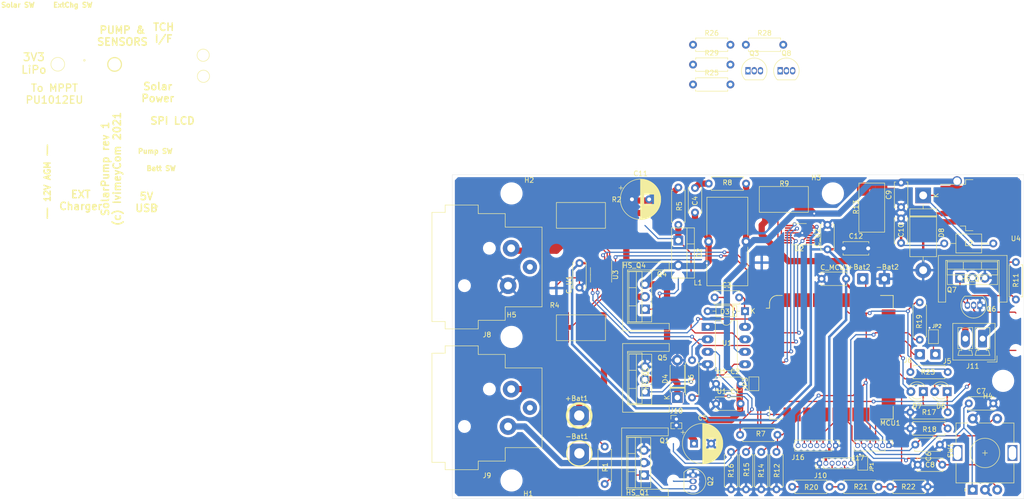
<source format=kicad_pcb>
(kicad_pcb (version 20210623) (generator pcbnew)
  (layers (0 "F.Cu" signal) (31 "B.Cu" signal) (37 "F.SilkS" user "F.Silkscreen") (44 "Edge.Cuts" user))
  (net 0 "")
  (net 1 "FlowPWM_5V")
  (net 2 "BatTh_B")
  (net 3 "PuTh_B")
  (net 4 "BatFET")
  (net 5 "PuFET")
  (net 8 "/Controller/SPI_MISO")
  (net 9 "/Controller/SPI_CS")
  (net 10 "/Controller/SPI_CLK")
  (net 11 "/Controller/SPI_MOSI")
  (net 12 "/Controller/FlowPWM_3V3")
  (net 17 "/Controller/LTC1_G1")
  (net 19 "/Controller/LTC1_G2")
  (net 20 "USB_D-")
  (net 21 "/Controller/3V3")
  (net 24 "SolShuntB")
  (net 25 "SolShuntA")
  (net 26 "BatShuntA")
  (net 27 "/CpFET_Load")
  (net 28 "PuShuntA")
  (net 29 "PuShuntB")
  (net 30 "/Controller/LTC2_G1")
  (net 31 "/Controller/LTC2_G2")
  (net 32 "/Controller/SDA_0")
  (net 33 "/Controller/SCL_0")
  (net 34 "VBAT")
  (net 35 "USB_D+")
  (net 36 "Net-(Q4-Pad2)")
  (net 37 "BatShuntB")
  (net 38 "PuTh_A")
  (net 39 "Net-(-Bat1-Pad1)")
  (net 40 "BatTh_A")
  (net 42 "Net-(R2-Pad1)")
  (net 46 "/Controller/GPIO4")
  (net 47 "/Controller/GPIO3")
  (net 48 "/Controller/GPIO2")
  (net 49 "/Controller/GPIO1")
  (net 50 "GND")
  (net 51 "12V")
  (net 52 "/PumpLo")
  (net 53 "Net-(C3-Pad2)")
  (net 54 "/Controller/x5V")
  (net 55 "5V")
  (net 56 "/CpFET_Drv_A")
  (net 57 "Net-(D6-Pad1)")
  (net 58 "Net-(D6-Pad2)")
  (net 59 "Net-(D7-Pad1)")
  (net 60 "Net-(D7-Pad2)")
  (net 61 "Net-(D8-Pad1)")
  (net 64 "Net-(Q2-Pad3)")
  (net 65 "CpFET_A")
  (net 66 "CpFET_B")
  (net 67 "Net-(Q1-Pad1)")
  (net 68 "Net-(Q3-Pad3)")
  (net 69 "Net-(Q6-Pad1)")
  (net 70 "/CpFET_Drv_B")
  (net 71 "Net-(Q8-Pad3)")
  (net 72 "Net-(Q6-Pad3)")
  (net 73 "Net-(R13-Pad2)")
  (net 74 "Net-(R13-Pad3)")
  (net 78 "/Bat")
  (net 79 "/Sol")
  (net 80 "Net-(C4-Pad2)")
  (net 81 "/PumpHi")
  (footprint "Connector_Audio:Jack_XLR_Neutrik_NC3FAAH-0_Horizontal" (layer "F.Cu") (at 114.3 73.8 180)
    (fp_text reference "J8")
    (fp_text value "XLR3 Male PCB")
  )
  (footprint "Capacitor_THT:C_Disc_D5.0mm_W2.5mm_P5.00mm" (layer "F.Cu") (at 128.85 69.2 -90)
    (fp_text reference "C_U1")
    (fp_text value "1uF")
  )
  (footprint "Rotary_Encoder:RotaryEncoder_Alps_EC11E-Switch_Vertical_H20mm" (layer "F.Cu") (at 209 115.4 90)
    (fp_text reference "SW1")
    (fp_text value "Rotary_Encoder_Switch")
  )
  (footprint "Package_TO_SOT_SMD:TO-263-5_TabPin3" (layer "F.Cu") (at 210.505 57.395)
    (fp_text reference "U4")
    (fp_text value "LM2576HVS-5")
  )
  (footprint "Package_TO_SOT_THT:TO-220-2_Vertical" (layer "F.Cu") (at 149 64.6 -90)
    (fp_text reference "D2")
    (fp_text value "DSS20-0015B")
  )
  (footprint "Package_DIP:DIP-8_W7.62mm_LongPads" (layer "F.Cu") (at 154.975 82.2)
    (fp_text reference "U1")
    (fp_text value "IR2104")
  )
  (footprint "Resistor_THT:R_Axial_DIN0207_L6.3mm_D2.5mm_P7.62mm_Horizontal" (layer "F.Cu") (at 182.19 114.8)
    (fp_text reference "R21")
    (fp_text value "10K")
  )
  (footprint "Capacitor_THT:C_Disc_D5.0mm_W2.5mm_P5.00mm" (layer "F.Cu") (at 194.405 57.795 90)
    (fp_text reference "C9")
    (fp_text value "100uF")
  )
  (footprint "Package_TO_SOT_THT:TO-92_Inline" (layer "F.Cu") (at 163.2 30)
    (fp_text reference "Q3")
    (fp_text value "2N3904")
  )
  (footprint "Resistor_THT:R_Axial_DIN0207_L6.3mm_D2.5mm_P7.62mm_Horizontal" (layer "F.Cu") (at 151.995 24.695)
    (fp_text reference "R26")
    (fp_text value "10K")
  )
  (footprint "Capacitor_THT:CP_Radial_D8.0mm_P3.50mm" (layer "F.Cu") (at 152.2 106)
    (fp_text reference "C5")
    (fp_text value "220uF 35V")
  )
  (footprint "Resistor_THT:R_Axial_DIN0207_L6.3mm_D2.5mm_P7.62mm_Horizontal" (layer "F.Cu") (at 203.91 91.4 180)
    (fp_text reference "R23")
    (fp_text value "39K")
  )
  (footprint "Capacitor_THT:C_Disc_D5.0mm_W2.5mm_P5.00mm" (layer "F.Cu") (at 156.7 93.8)
    (fp_text reference "U1_C2")
    (fp_text value "10uF")
  )
  (footprint "Connector_Wire:SolderWire-1.5sqmm_1x01_D1.7mm_OD3.9mm" (layer "F.Cu") (at 128.8 100.272023)
    (fp_text reference "+Bat1")
    (fp_text value "Soldered")
  )
  (footprint "Connector_Wire:SolderWire-0.5sqmm_1x01_D0.9mm_OD2.1mm" (layer "F.Cu") (at 201.4 87.8 90)
    (fp_text reference "J5")
    (fp_text value "Soldered")
  )
  (footprint "Connector_PinHeader_1.27mm:PinHeader_1x02_P1.27mm_Vertical" (layer "F.Cu") (at 148.6 101)
    (fp_text reference "J18")
    (fp_text value "2 pin header")
  )
  (footprint "Capacitor_THT:C_Disc_D5.0mm_W2.5mm_P5.00mm" (layer "F.Cu") (at 194.4 65.1 90)
    (fp_text reference "C10")
    (fp_text value "220uF 6.3V")
  )
  (footprint "LED_THT:LED_D3.0mm" (layer "F.Cu") (at 203.8 95.4 180)
    (fp_text reference "D6")
    (fp_text value "ON_OFF")
  )
  (footprint "Jumper:SolderJumper-2_P1.3mm_Bridged2Bar_Pad1.0x1.5mm" (layer "F.Cu") (at 186.6 110 90)
    (fp_text reference "JP1")
    (fp_text value "Jmp2")
  )
  (footprint "Resistor_THT:R_Axial_DIN0207_L6.3mm_D2.5mm_P7.62mm_Horizontal" (layer "F.Cu") (at 149 53.79 -90)
    (fp_text reference "R5")
    (fp_text value "4K7")
  )
  (footprint "solarpump:Heatsink_14x9.5mm" (layer "F.Cu") (at 140.05 92.6 -90)
    (fp_text reference "HS_Q5")
    (fp_text value "H/S")
  )
  (footprint "Connector_Wire:SolderWire-1.5sqmm_1x01_D1.7mm_OD3.9mm" (layer "F.Cu") (at 128.829825 107.97)
    (fp_text reference "-Bat1")
    (fp_text value "Soldered")
  )
  (footprint "Resistor_THT:R_Axial_DIN0207_L6.3mm_D2.5mm_P7.62mm_Horizontal" (layer "F.Cu") (at 203.91 102.9 180)
    (fp_text reference "R18")
    (fp_text value "220")
  )
  (footprint "Resistor_THT:R_Axial_DIN0207_L6.3mm_D2.5mm_P7.62mm_Horizontal" (layer "F.Cu") (at 198.2 77.2 -90)
    (fp_text reference "R19")
    (fp_text value "39K")
  )
  (footprint "Inductor_THT:L_Toroid_Vertical_L17.8mm_W8.1mm_P7.62mm_Bourns_5700" (layer "F.Cu") (at 162.8 64.8 -90)
    (fp_text reference "L1")
    (fp_text value "33uH")
  )
  (footprint "Capacitor_THT:C_Disc_D5.0mm_W2.5mm_P5.00mm" (layer "F.Cu") (at 179.4 66.4 90)
    (fp_text reference "C_U2")
    (fp_text value "1uF")
  )
  (footprint "Diode_THT:D_DO-41_SOD81_P7.62mm_Horizontal" (layer "F.Cu") (at 148.8 96.6 90)
    (fp_text reference "D4")
    (fp_text value "1N4934-E3")
  )
  (footprint "Resistor_THT:R_Axial_DIN0207_L6.3mm_D2.5mm_P7.62mm_Horizontal" (layer "F.Cu") (at 169.21 104.2 180)
    (fp_text reference "R7")
    (fp_text value "10K")
  )
  (footprint "Package_TO_SOT_THT:TO-92_Inline" (layer "F.Cu") (at 152 112.4 -90)
    (fp_text reference "Q2")
    (fp_text value "2N3904")
  )
  (footprint "Connector_Audio:Jack_XLR_Neutrik_NC3FAAH-0_Horizontal" (layer "F.Cu") (at 114.3 102.5 180)
    (fp_text reference "J9")
    (fp_text value "XLR3 Male PCB")
  )
  (footprint "Resistor_THT:R_Axial_DIN0207_L6.3mm_D2.5mm_P7.62mm_Horizontal" (layer "F.Cu") (at 165.9 107.7 -90)
    (fp_text reference "R14")
    (fp_text value "2K2")
  )
  (footprint "solarpump:Yageo Shunt Resistor 10x5.2mm" (layer "F.Cu") (at 188.505 57.895 90)
    (fp_text reference "R13")
    (fp_text value "3mOhm, 1W")
  )
  (footprint "Resistor_THT:R_Axial_DIN0207_L6.3mm_D2.5mm_P7.62mm_Horizontal" (layer "F.Cu") (at 151.8 96.61 90)
    (fp_text reference "R6")
    (fp_text value "4K7")
  )
  (footprint "Package_TO_SOT_THT:TO-220-3_Vertical" (layer "F.Cu") (at 142 112.4 90)
    (fp_text reference "Q1")
    (fp_text value "IRLB8721PBF")
  )
  (footprint "Connector_Phoenix_MC:PhoenixContact_MCV_1,5_2-G-3.5_1x02_P3.50mm_Vertical" (layer "F.Cu") (at 211 84.6 180)
    (fp_text reference "J11")
    (fp_text value "MotorPowr_M")
  )
  (footprint "Diode_THT:D_DO-35_SOD27_P7.62mm_Horizontal" (layer "F.Cu") (at 162.6 79 180)
    (fp_text reference "D3")
    (fp_text value "1N4148")
  )
  (footprint "Package_TO_SOT_THT:TO-220-3_Vertical" (layer "F.Cu") (at 142.2 95.44 90)
    (fp_text reference "Q5")
    (fp_text value "IRLB8721PBF")
  )
  (footprint "Jumper:SolderJumper-2_P1.3mm_Bridged_Pad1.0x1.5mm" (layer "F.Cu") (at 164.4 93.8 90)
    (fp_text reference "JP3")
    (fp_text value "Disable Q5 (NC)")
  )
  (footprint "Connector_Wire:SolderWire-0.5sqmm_1x01_D0.9mm_OD2.3mm" (layer "F.Cu") (at 186.6 72.4 180)
    (fp_text reference "+Bat2")
    (fp_text value "Soldered")
  )
  (footprint "Resistor_THT:R_Axial_DIN0207_L6.3mm_D2.5mm_P7.62mm_Horizontal" (layer "F.Cu") (at 134 106.6 -90)
    (fp_text reference "R1")
    (fp_text value "10K")
  )
  (footprint "Capacitor_THT:C_Disc_D5.0mm_W2.5mm_P5.00mm" (layer "F.Cu") (at 156.7 97.85)
    (fp_text reference "U1_C1")
    (fp_text value "0.1uF")
  )
  (footprint "Capacitor_THT:C_Disc_D5.0mm_W2.5mm_P5.00mm" (layer "F.Cu") (at 152.4 58.9 90)
    (fp_text reference "C4")
    (fp_text value "0.1uF")
  )
  (footprint "Jumper:SolderJumper-2_P1.3mm_Bridged2Bar_Pad1.0x1.5mm" (layer "F.Cu") (at 201 84.2 90)
    (fp_text reference "JP2")
    (fp_text value "Jmp1")
  )
  (footprint "solarpump:Yageo Shunt Resistor 10x5.2mm" (layer "F.Cu") (at 170.505 56.295)
    (fp_text reference "R9")
    (fp_text value "3mOhm, 1W")
  )
  (footprint "Connector_PinHeader_1.27mm:PinHeader_1x06_P1.27mm_Vertical" (layer "F.Cu") (at 191.9 106.4 -90)
    (fp_text reference "J17")
    (fp_text value "TchScr_M")
  )
  (footprint "Resistor_THT:R_Axial_DIN0207_L6.3mm_D2.5mm_P7.62mm_Horizontal" (layer "F.Cu") (at 162.765 24.695)
    (fp_text reference "R28")
    (fp_text value "10K")
  )
  (footprint "Capacitor_THT:C_Disc_D5.0mm_W2.5mm_P5.00mm" (layer "F.Cu") (at 202.8 110.3 180)
    (fp_text reference "C8")
    (fp_text value "100n")
  )
  (footprint "MountingHole:MountingHole_3.5mm" (layer "F.Cu") (at 115 55)
    (fp_text reference "H2")
    (fp_text value "MountingHole")
  )
  (footprint "Resistor_THT:R_Axial_DIN0207_L6.3mm_D2.5mm_P7.62mm_Horizontal" (layer "F.Cu") (at 203.91 99.6 180)
    (fp_text reference "R17")
    (fp_text value "220")
  )
  (footprint "Capacitor_THT:CP_Radial_D8.0mm_P3.50mm" (layer "F.Cu") (at 139.547349 56.2)
    (fp_text reference "C11")
    (fp_text value "220uF 35V")
  )
  (footprint "Package_TO_SOT_THT:TO-92_Inline" (layer "F.Cu") (at 210.47 77.8 180)
    (fp_text reference "Q6")
    (fp_text value "2N3904")
  )
  (footprint "MountingHole:MountingHole_3.5mm" (layer "F.Cu") (at 115 113.5)
    (fp_text reference "H1")
    (fp_text value "MountingHole")
  )
  (footprint "Inductor_THT:L_Axial_L5.0mm_D3.6mm_P10.00mm_Horizontal_Murata_BL01RN1A2A2" (layer "F.Cu") (at 203.2 65.2)
    (fp_text reference "L2")
    (fp_text value "330uH")
  )
  (footprint "Resistor_THT:R_Axial_DIN0207_L6.3mm_D2.5mm_P7.62mm_Horizontal" (layer "F.Cu") (at 169 107.69 -90)
    (fp_text reference "R12")
    (fp_text value "2K2")
  )
  (footprint "MountingHole:MountingHole_3.5mm" (layer "F.Cu") (at 115 84.25)
    (fp_text reference "H5")
    (fp_text value "MountingHole")
  )
  (footprint "Resistor_THT:R_Axial_DIN0207_L6.3mm_D2.5mm_P7.62mm_Horizontal" (layer "F.Cu") (at 192.2 114.8)
    (fp_text reference "R22")
    (fp_text value "39K")
  )
  (footprint "Connector_Wire:SolderWire-0.5sqmm_1x01_D0.9mm_OD2.1mm" (layer "F.Cu") (at 198.2 87.8 -90)
    (fp_text reference "J6")
    (fp_text value "Soldered")
  )
  (footprint "Resistor_THT:R_Axial_DIN0207_L6.3mm_D2.5mm_P7.62mm_Horizontal" (layer "F.Cu") (at 159.75 107.7 -90)
    (fp_text reference "R16")
    (fp_text value "2K2")
  )
  (footprint "solarpump:Heatsink_14x9.5mm" (layer "F.Cu") (at 139.85 109.8 -90)
    (fp_text reference "HS_Q1")
    (fp_text value "H/S")
  )
  (footprint "solarpump:Yageo Shunt Resistor 10x5.2mm" (layer "F.Cu") (at 129.15 82.3 180)
    (fp_text reference "R4")
    (fp_text value "3mOhm, 1W")
  )
  (footprint "Resistor_THT:R_Axial_DIN0207_L6.3mm_D2.5mm_P7.62mm_Horizontal" (layer "F.Cu") (at 172.2 114.8)
    (fp_text reference "R20")
    (fp_text value "22K")
  )
  (footprint "Resistor_THT:R_Axial_DIN0207_L6.3mm_D2.5mm_P7.62mm_Horizontal" (layer "F.Cu") (at 162.81 53 180)
    (fp_text reference "R8")
    (fp_text value "220")
  )
  (footprint "Resistor_THT:R_Axial_DIN0207_L6.3mm_D2.5mm_P7.62mm_Horizontal" (layer "F.Cu") (at 151.995 28.745)
    (fp_text reference "R29")
    (fp_text value "10K")
  )
  (footprint "Resistor_THT:R_Axial_DIN0207_L6.3mm_D2.5mm_P7.62mm_Horizontal" (layer "F.Cu") (at 217.8 69 -90)
    (fp_text reference "R11")
    (fp_text value "10K")
  )
  (footprint "solarpump:Yageo Shunt Resistor 10x5.2mm" (layer "F.Cu") (at 129.15 59.4 180)
    (fp_text reference "R2")
    (fp_text value "3mOhm, 1W")
  )
  (footprint "Capacitor_THT:C_Disc_D5.0mm_W2.5mm_P5.00mm" (layer "F.Cu") (at 182.7 66.2)
    (fp_text reference "C12")
    (fp_text value "0.1uF")
  )
  (footprint "LED_THT:LED_D3.0mm" (layer "F.Cu") (at 198.94 95.4 180)
    (fp_text reference "D7")
    (fp_text value "FAULT")
  )
  (footprint "solarpump:Heatsink_14x9.5mm" (layer "F.Cu") (at 140.05 76 -90)
    (fp_text reference "HS_Q4")
    (fp_text value "H/S")
  )
  (footprint "Connector_Wire:SolderWire-0.5sqmm_1x01_D0.9mm_OD2.3mm" (layer "F.Cu") (at 191 72.4)
    (fp_text reference "-Bat2")
    (fp_text value "Soldered")
  )
  (footprint "Package_TO_SOT_THT:TO-92_Inline" (layer "F.Cu") (at 169.76 30)
    (fp_text reference "Q8")
    (fp_text value "2N3904")
  )
  (footprint "Capacitor_THT:C_Disc_D5.0mm_W2.5mm_P5.00mm" (layer "F.Cu") (at 183.2 72.4 180)
    (fp_text reference "C_MCU1")
    (fp_text value "1uF")
  )
  (footprint "Capacitor_THT:C_Disc_D5.0mm_W2.5mm_P5.00mm" (layer "F.Cu") (at 156.4 76.2)
    (fp_text reference "C3")
    (fp_text value "0.1uF")
  )
  (footprint "MountingHole:MountingHole_3.5mm" (layer "F.Cu") (at 180.5 55)
    (fp_text reference "H3")
    (fp_text value "MountingHole")
  )
  (footprint "RP2040_Stamp:RP2040_Stamp_SMD" (layer "F.Cu") (at 180.2 88.4)
    (fp_text reference "MCU1")
    (fp_text value "RP2040_Stamp_W")
  )
  (footprint "Capacitor_THT:C_Disc_D5.0mm_W2.5mm_P5.00mm" (layer "F.Cu") (at 197.3 106.2)
    (fp_text reference "C6")
    (fp_text value "100n")
  )
  (footprint "Package_TO_SOT_THT:TO-220-3_Vertical" (layer "F.Cu") (at 206.4 72.2)
    (fp_text reference "Q7")
    (fp_text value "IRLB8721PBF")
  )
  (footprint "Package_SO:MSOP-16_3x4mm_P0.5mm" (layer "F.Cu") (at 133.25 71.6 -90)
    (fp_text reference "U3")
    (fp_text value "LTC2992")
  )
  (footprint "Diode_THT:D_DO-201AD_P15.24mm_Horizontal" (layer "F.Cu") (at 198.905 55.4 -90)
    (fp_text reference "D8")
    (fp_text value "1N5822")
  )
  (footprint "Resistor_THT:R_Axial_DIN0207_L6.3mm_D2.5mm_P7.62mm_Horizontal" (layer "F.Cu") (at 162.8 107.7 -90)
    (fp_text reference "R15")
    (fp_text value "2K2")
  )
  (footprint "Capacitor_THT:C_Disc_D5.0mm_W2.5mm_P5.00mm" (layer "F.Cu") (at 208.2 97.8)
    (fp_text reference "C7")
    (fp_text value "100n")
  )
  (footprint "solarpump:Heatsink_14x9.5mm" (layer "F.Cu") (at 209 70.05 180)
    (fp_text reference "HS_Q7")
    (fp_text value "H/S")
  )
  (footprint "Connector_PinHeader_1.27mm:PinHeader_1x06_P1.27mm_Vertical" (layer "F.Cu") (at 177.8 110 90)
    (fp_text reference "J10")
    (fp_text value "MotorSens_M")
  )
  (footprint "Package_TO_SOT_THT:TO-220-3_Vertical" (layer "F.Cu") (at 142.2 78.6 90)
    (fp_text reference "Q4")
    (fp_text value "IRLB8721PBF")
  )
  (footprint "Connector_PinHeader_1.27mm:PinHeader_1x07_P1.27mm_Vertical" (layer "F.Cu") (at 181.04 106.4 -90)
    (fp_text reference "J16")
    (fp_text value "Disply_M")
  )
  (footprint "Resistor_THT:R_Axial_DIN0207_L6.3mm_D2.5mm_P7.62mm_Horizontal" (layer "F.Cu") (at 151.995 32.795)
    (fp_text reference "R25")
    (fp_text value "10K")
  )
  (footprint "MountingHole:MountingHole_3.5mm" (layer "F.Cu") (at 215.2 93.2)
    (fp_text reference "H4")
    (fp_text value "MountingHole")
  )
  (footprint "Package_SO:MSOP-16_3x4mm_P0.5mm" (layer "F.Cu") (at 173.6 63.3 180)
    (fp_text reference "U2")
    (fp_text value "LTC2992")
  )
  (gr_circle (center 52.210341 31.1252) (end 53.454941 31.1506) (layer "F.SilkS") (width 0.12) (fill none))
  (gr_circle (center 27.94 27.869) (end 28.067 27.996) (layer "F.SilkS") (width 0.12) (fill none))
  (gr_circle (center 22.52037 28.6746) (end 23.91737 28.7) (layer "F.SilkS") (width 0.12) (fill none))
  (gr_circle (center 42.717 57.641) (end 42.844 57.768) (layer "F.SilkS") (width 0.12) (fill none))
  (gr_circle (center 34.10277 28.7) (end 35.49977 28.6746) (layer "F.SilkS") (width 0.25) (fill none))
  (gr_line (start 20.3892 60.053675) (end 20.4108 58.028775) (layer "F.SilkS") (width 0.3))
  (gr_circle (center 128.829825 108) (end 131.399825 108.03) (layer "F.SilkS") (width 0.25) (fill none))
  (gr_line (start 20.3892 47.171225) (end 20.4108 45.146325) (layer "F.SilkS") (width 0.3))
  (gr_circle (center 128.8 100.272023) (end 131.27 100.372023) (layer "F.SilkS") (width 0.5) (fill none))
  (gr_circle (center 52.1598 26.8326) (end 53.4044 26.858) (layer "F.SilkS") (width 0.12) (fill none))
  (gr_line (start 102.9462 117.221) (end 102.9462 51.181) (layer "Edge.Cuts") (width 0.05))
  (gr_line (start 219.454 117.2) (end 102.9462 117.221) (layer "Edge.Cuts") (width 0.05))
  (gr_line (start 102.9462 51.181) (end 219.454 51.181) (layer "Edge.Cuts") (width 0.05))
  (gr_line (start 219.454 51.181) (end 219.454 117.2) (layer "Edge.Cuts") (width 0.05))
  (gr_text "ExtChg SW" (at 25.6 16.6) (layer "F.SilkS") (effects (font (size 1 1) (thickness 0.25))))
  (gr_text "EXT\nCharger" (at 27.2 56.4) (layer "F.SilkS") (effects (font (size 1.5 1.5) (thickness 0.3))))
  (gr_text "TCH\nI/F" (at 44.1 22.3) (layer "F.SilkS") (effects (font (size 1.5 1.5) (thickness 0.3))))
  (gr_text "To MPPT\nPU1012EU" (at 21.844 34.727) (layer "F.SilkS") (effects (font (size 1.5 1.5) (thickness 0.25))))
  (gr_text "SolarPump rev 1\n(c) IvimeyCom 2021" (at 33.4 50 90) (layer "F.SilkS") (effects (font (size 1.5 1.5) (thickness 0.3))))
  (gr_text "3V3\nLiPo" (at 17.64277 28.498) (layer "F.SilkS") (effects (font (size 1.6 1.6) (thickness 0.25))))
  (gr_text "SPI LCD" (at 45.9 40.2) (layer "F.SilkS") (effects (font (size 1.5 1.5) (thickness 0.3))))
  (gr_text "Solar\nPower" (at 42.9 34.4) (layer "F.SilkS") (effects (font (size 1.5 1.5) (thickness 0.3))))
  (gr_text "PUMP &\nSENSORS" (at 35.7 22.9) (layer "F.SilkS") (effects (font (size 1.5 1.5) (thickness 0.3))))
  (gr_text "Solar SW" (at 14.4 16.6) (layer "F.SilkS") (effects (font (size 1 1) (thickness 0.25))))
  (gr_text "Pump SW" (at 42.4 46.4) (layer "F.SilkS") (effects (font (size 1 1) (thickness 0.25))))
  (gr_text "Batt SW" (at 43.6 49.9) (layer "F.SilkS") (effects (font (size 1 1) (thickness 0.25))))
  (gr_text "12V AGM" (at 20.4 52.6 90) (layer "F.SilkS") (effects (font (size 1.25 1.25) (thickness 0.3))))
  (gr_text "5V\nUSB" (at 40.6 56.8) (layer "F.SilkS") (effects (font (size 1.5 1.5) (thickness 0.3))))
  (segment (start 180.34 111.16) (end 176.7 114.8) (width 0.25) (layer "F.Cu") (net 1))
  (segment (start 176.7 114.8) (end 172.2 114.8) (width 0.25) (layer "F.Cu") (net 1))
  (segment (start 180.34 110) (end 180.34 111.16) (width 0.25) (layer "F.Cu") (net 1))
  (segment (start 196.4 87.2) (end 197 87.8) (width 0.25) (layer "F.Cu") (net 2))
  (segment (start 192.10452 85.14548) (end 195.34548 85.14548) (width 0.25) (layer "F.Cu") (net 2))
  (segment (start 197 87.8) (end 198.2 87.8) (width 0.25) (layer "F.Cu") (net 2))
  (segment (start 196.4 86.2) (end 196.4 87.2) (width 0.25) (layer "F.Cu") (net 2))
  (segment (start 196.4 87.2) (end 196.4 91.18) (width 0.25) (layer "F.Cu") (net 2))
  (segment (start 191.85 85.4) (end 192.10452 85.14548) (width 0.25) (layer "F.Cu") (net 2))
  (segment (start 196.4 91.18) (end 196.18 91.4) (width 0.25) (layer "F.Cu") (net 2))
  (segment (start 195.34548 85.14548) (end 196.4 86.2) (width 0.25) (layer "F.Cu") (net 2))
  (segment (start 195.8 83.4) (end 191.85 83.4) (width 0.25) (layer "F.Cu") (net 3))
  (segment (start 189.2 83.4) (end 188.8 83.8) (width 0.25) (layer "F.Cu") (net 3))
  (segment (start 198.2 84.82) (end 197.22 84.82) (width 0.25) (layer "F.Cu") (net 3))
  (segment (start 191.85 83.4) (end 189.2 83.4) (width 0.25) (layer "F.Cu") (net 3))
  (segment (start 188.8 83.8) (end 188.7 83.7) (width 0.25) (layer "F.Cu") (net 3))
  (segment (start 197.22 84.82) (end 195.8 83.4) (width 0.25) (layer "F.Cu") (net 3))
  (via (at 188.8 83.8) (size 0.8) (drill 0.4) (layers "F.Cu" "B.Cu") (net 3))
  (segment (start 188.8 83.8) (end 185.2 83.8) (width 0.25) (layer "B.Cu") (net 3))
  (segment (start 185.2 83.8) (end 184.15 84.85) (width 0.25) (layer "B.Cu") (net 3))
  (segment (start 184.15 84.85) (end 184.15 110) (width 0.25) (layer "B.Cu") (net 3))
  (segment (start 160.5 107.7) (end 159.75 107.7) (width 0.25) (layer "F.Cu") (net 4))
  (segment (start 165.2 104.2) (end 163.4 106) (width 0.25) (layer "F.Cu") (net 4))
  (segment (start 162.2 106) (end 160.5 107.7) (width 0.25) (layer "F.Cu") (net 4))
  (segment (start 165.8 95.4) (end 165.2 96) (width 0.25) (layer "F.Cu") (net 4))
  (segment (start 163.4 106) (end 162.2 106) (width 0.25) (layer "F.Cu") (net 4))
  (segment (start 168.55 95.4) (end 165.8 95.4) (width 0.25) (layer "F.Cu") (net 4))
  (segment (start 165.2 96) (end 165.2 104.2) (width 0.25) (layer "F.Cu") (net 4))
  (segment (start 158.6 110) (end 159.75 108.85) (width 0.25) (layer "B.Cu") (net 4))
  (segment (start 148.06 113.67) (end 148 113.61) (width 0.25) (layer "B.Cu") (net 4))
  (segment (start 152 113.67) (end 148.06 113.67) (width 0.25) (layer "B.Cu") (net 4))
  (segment (start 148 107.6) (end 150.4 110) (width 0.25) (layer "B.Cu") (net 4))
  (segment (start 159.75 108.85) (end 159.75 107.7) (width 0.25) (layer "B.Cu") (net 4))
  (segment (start 148 105.99) (end 148 107.6) (width 0.25) (layer "B.Cu") (net 4))
  (segment (start 150.4 110) (end 158.6 110) (width 0.25) (layer "B.Cu") (net 4))
  (segment (start 188.8 97.4) (end 168.55 97.4) (width 0.25) (layer "F.Cu") (net 5))
  (segment (start 162.8 107.6) (end 162.8 107.7) (width 0.25) (layer "F.Cu") (net 5))
  (segment (start 215.2 87) (end 217.8 87) (width 0.25) (layer "F.Cu") (net 5))
  (segment (start 209.2 78.8) (end 209.6 79.2) (width 0.25) (layer "F.Cu") (net 5))
  (segment (start 166.6 97.4) (end 165.8 98.2) (width 0.25) (layer "F.Cu") (net 5))
  (segment (start 207.8 94.4) (end 215.2 87) (width 0.25) (layer "F.Cu") (net 5))
  (segment (start 217.62 79.2) (end 217.8 79.38) (width 0.25) (layer "F.Cu") (net 5))
  (segment (start 165.8 98.2) (end 165.8 104.6) (width 0.25) (layer "F.Cu") (net 5))
  (segment (start 168.55 97.4) (end 166.6 97.4) (width 0.25) (layer "F.Cu") (net 5))
  (segment (start 209.2 77.8) (end 209.2 78.8) (width 0.25) (layer "F.Cu") (net 5))
  (segment (start 165.8 104.6) (end 162.8 107.6) (width 0.25) (layer "F.Cu") (net 5))
  (segment (start 209.6 79.2) (end 217.62 79.2) (width 0.25) (layer "F.Cu") (net 5))
  (via (at 207.8 94.4) (size 0.8) (drill 0.4) (layers "F.Cu" "B.Cu") (net 5))
  (via (at 188.8 97.4) (size 0.8) (drill 0.4) (layers "F.Cu" "B.Cu") (net 5))
  (segment (start 207.8 94.4) (end 204.8 97.4) (width 0.25) (layer "B.Cu") (net 5))
  (segment (start 204.8 97.4) (end 188.8 97.4) (width 0.25) (layer "B.Cu") (net 5))
  (segment (start 175.205 100.055) (end 175.205 101.295) (width 0.25) (layer "F.Cu") (net 8))
  (segment (start 174.69 101.81) (end 174.69 106.4) (width 0.25) (layer "F.Cu") (net 8))
  (segment (start 175.205 101.295) (end 174.69 101.81) (width 0.25) (layer "F.Cu") (net 8))
  (segment (start 175.2 100.05) (end 175.205 100.055) (width 0.25) (layer "F.Cu") (net 8))
  (segment (start 177.2 100.05) (end 177.2 101.2) (width 0.25) (layer "F.Cu") (net 9))
  (segment (start 175.96 102.44) (end 175.96 106.4) (width 0.25) (layer "F.Cu") (net 9))
  (segment (start 177.2 101.2) (end 175.96 102.44) (width 0.25) (layer "F.Cu") (net 9))
  (segment (start 179.2 101.2) (end 177.23 103.17) (width 0.25) (layer "F.Cu") (net 10))
  (segment (start 179.2 100.05) (end 179.2 101.2) (width 0.25) (layer "F.Cu") (net 10))
  (segment (start 177.23 103.17) (end 177.23 106.4) (width 0.25) (layer "F.Cu") (net 10))
  (segment (start 181.2 101.2) (end 178.5 103.9) (width 0.25) (layer "F.Cu") (net 11))
  (segment (start 178.5 103.9) (end 178.5 106.4) (width 0.25) (layer "F.Cu") (net 11))
  (segment (start 181.2 100.05) (end 181.2 101.2) (width 0.25) (layer "F.Cu") (net 11))
  (segment (start 193.6 114.8) (end 192.2 114.8) (width 0.25) (layer "F.Cu") (net 12))
  (segment (start 192.2 114.8) (end 189.81 114.8) (width 0.25) (layer "F.Cu") (net 12))
  (segment (start 192.649022 93.4) (end 194.5 95.250978) (width 0.25) (layer "F.Cu") (net 12))
  (segment (start 194.5 95.250978) (end 194.5 113.9) (width 0.25) (layer "F.Cu") (net 12))
  (segment (start 191.85 93.4) (end 192.649022 93.4) (width 0.25) (layer "F.Cu") (net 12))
  (segment (start 182.19 114.8) (end 179.82 114.8) (width 0.25) (layer "F.Cu") (net 12))
  (segment (start 194.5 113.9) (end 193.6 114.8) (width 0.25) (layer "F.Cu") (net 12))
  (segment (start 173.6 83.4) (end 168.55 83.4) (width 0.25) (layer "F.Cu") (net 17))
  (segment (start 174.95 64.05) (end 175.75 64.05) (width 0.25) (layer "F.Cu") (net 17))
  (segment (start 174.3 64.7) (end 174.95 64.05) (width 0.25) (layer "F.Cu") (net 17))
  (via (at 173.6 83.4) (size 0.8) (drill 0.4) (layers "F.Cu" "B.Cu") (net 17))
  (via (at 174.3 64.7) (size 0.8) (drill 0.4) (layers "F.Cu" "B.Cu") (net 17))
  (segment (start 173.3 83.1) (end 173.3 65.7) (width 0.25) (layer "B.Cu") (net 17))
  (segment (start 173.6 83.4) (end 173.3 83.1) (width 0.25) (layer "B.Cu") (net 17))
  (segment (start 173.3 65.7) (end 174.3 64.7) (width 0.25) (layer "B.Cu") (net 17))
  (segment (start 172.949703 64.725697) (end 172.274006 64.05) (width 0.25) (layer "F.Cu") (net 19))
  (segment (start 172.274006 64.05) (end 171.45 64.05) (width 0.25) (layer "F.Cu") (net 19))
  (segment (start 173 85.2) (end 172.8 85.4) (width 0.25) (layer "F.Cu") (net 19))
  (segment (start 172.8 85.4) (end 168.55 85.4) (width 0.25) (layer "F.Cu") (net 19))
  (via (at 172.949703 64.725697) (size 0.8) (drill 0.4) (layers "F.Cu" "B.Cu") (net 19))
  (via (at 173 85.2) (size 0.8) (drill 0.4) (layers "F.Cu" "B.Cu") (net 19))
  (segment (start 172.6 84.8) (end 172.6 65.0754) (width 0.25) (layer "B.Cu") (net 19))
  (segment (start 173 85.2) (end 172.6 84.8) (width 0.25) (layer "B.Cu") (net 19))
  (segment (start 172.6 65.0754) (end 172.949703 64.725697) (width 0.25) (layer "B.Cu") (net 19))
  (segment (start 187.2 93.6) (end 187.3 93.5) (width 0.25) (layer "F.Cu") (net 21))
  (segment (start 183.8 79.4) (end 188 79.4) (width 0.25) (layer "F.Cu") (net 21))
  (segment (start 198.2 77.2) (end 197.39 77.2) (width 0.25) (layer "F.Cu") (net 21))
  (segment (start 195.8 78.79) (end 195.8 79) (width 0.25) (layer "F.Cu") (net 21))
  (segment (start 183.2 78.8) (end 183.8 79.4) (width 0.25) (layer "F.Cu") (net 21))
  (segment (start 187.3 93.5) (end 187.3 79.5) (width 0.25) (layer "F.Cu") (net 21))
  (segment (start 183.2 76.75) (end 183.2 78.8) (width 0.25) (layer "F.Cu") (net 21))
  (segment (start 187.3 79.5) (end 187.4 79.4) (width 0.25) (layer "F.Cu") (net 21))
  (segment (start 197.39 77.2) (end 195.8 78.79) (width 0.25) (layer "F.Cu") (net 21))
  (segment (start 187.2 93.6) (end 184.6 96.2) (width 0.25) (layer "F.Cu") (net 21))
  (segment (start 184.6 96.2) (end 177.6 96.2) (width 0.25) (layer "F.Cu") (net 21))
  (via (at 188 79.4) (size 0.8) (drill 0.4) (layers "F.Cu" "B.Cu") (net 21))
  (via (at 195.8 79) (size 0.8) (drill 0.4) (layers "F.Cu" "B.Cu") (net 21))
  (via (at 187.2 93.6) (size 0.8) (drill 0.4) (layers "F.Cu" "B.Cu") (net 21))
  (via (at 177.6 96.2) (size 0.8) (drill 0.4) (layers "F.Cu" "B.Cu") (net 21))
  (segment (start 177.6 96.2) (end 173.42 100.38) (width 0.25) (layer "B.Cu") (net 21))
  (segment (start 190.63 104.63) (end 190.63 106.4) (width 0.25) (layer "B.Cu") (net 21))
  (segment (start 173.42 100.38) (end 173.42 106.4) (width 0.25) (layer "B.Cu") (net 21))
  (segment (start 195.8 79) (end 188.4 79) (width 0.25) (layer "B.Cu") (net 21))
  (segment (start 195.8 88) (end 198.6 90.8) (width 0.25) (layer "B.Cu") (net 21))
  (segment (start 187.2 93.6) (end 187.4 93.8) (width 0.25) (layer "B.Cu") (net 21))
  (segment (start 198.6 90.8) (end 203.2 90.8) (width 0.25) (layer "B.Cu") (net 21))
  (segment (start 203.2 90.8) (end 203.8 91.4) (width 0.25) (layer "B.Cu") (net 21))
  (segment (start 195.8 79) (end 195.8 88) (width 0.25) (layer "B.Cu") (net 21))
  (segment (start 187.4 101.4) (end 190.63 104.63) (width 0.25) (layer "B.Cu") (net 21))
  (segment (start 188.4 79) (end 188 79.4) (width 0.25) (layer "B.Cu") (net 21))
  (segment (start 187.4 93.8) (end 187.4 101.4) (width 0.25) (layer "B.Cu") (net 21))
  (segment (start 135 66.85) (end 130.55 62.4) (width 0.25) (layer "F.Cu") (net 24))
  (segment (start 130.55 62.4) (end 130.55 60) (width 0.25) (layer "F.Cu") (net 24))
  (segment (start 131.15 59.4) (end 131.9 59.4) (width 0.25) (layer "F.Cu") (net 24))
  (segment (start 130.55 60) (end 131.15 59.4) (width 0.25) (layer "F.Cu") (net 24))
  (segment (start 135 69.45) (end 135 66.85) (width 0.25) (layer "F.Cu") (net 24))
  (segment (start 134.5 67.25) (end 134.5 69.45) (width 0.25) (layer "F.Cu") (net 25))
  (segment (start 129.95 62.7) (end 134.5 67.25) (width 0.25) (layer "F.Cu") (net 25))
  (segment (start 126.4 59.4) (end 129.05 59.4) (width 0.25) (layer "F.Cu") (net 25))
  (segment (start 129.95 60.3) (end 129.95 62.7) (width 0.25) (layer "F.Cu") (net 25))
  (segment (start 129.05 59.4) (end 129.95 60.3) (width 0.25) (layer "F.Cu") (net 25))
  (segment (start 134.5 73.75) (end 134.5 74.547078) (width 0.25) (layer "F.Cu") (net 26))
  (segment (start 129.247078 79.8) (end 129.247078 80.202922) (width 0.25) (layer "F.Cu") (net 26))
  (segment (start 134.5 74.547078) (end 129.247078 79.8) (width 0.25) (layer "F.Cu") (net 26))
  (segment (start 127.15 82.3) (end 126.4 82.3) (width 0.25) (layer "F.Cu") (net 26))
  (segment (start 129.247078 80.202922) (end 127.15 82.3) (width 0.25) (layer "F.Cu") (net 26))
  (segment (start 160.4 78.4) (end 158.2 76.2) (width 0.25) (layer "F.Cu") (net 27))
  (segment (start 160.4 79.2) (end 160.4 78.4) (width 0.25) (layer "F.Cu") (net 27))
  (segment (start 142.2 73.52) (end 145.92 73.52) (width 1.27) (layer "F.Cu") (net 27))
  (segment (start 155.18 64) (end 155.18 64.8) (width 1.27) (layer "F.Cu") (net 27))
  (segment (start 146.7 74.3) (end 146.7 91.5) (width 1.27) (layer "F.Cu") (net 27))
  (segment (start 152.4 58.9) (end 152.4 61.22) (width 1.27) (layer "F.Cu") (net 27))
  (segment (start 158.2 76.2) (end 156.4 76.2) (width 0.25) (layer "F.Cu") (net 27))
  (segment (start 148.8 93.6) (end 146.7 91.5) (width 1.27) (layer "F.Cu") (net 27))
  (segment (start 154.8 69.2) (end 155.18 68.82) (width 1.27) (layer "F.Cu") (net 27))
  (segment (start 152.4 61.22) (end 155.18 64) (width 1.27) (layer "F.Cu") (net 27))
  (segment (start 145.92 73.52) (end 146.7 74.3) (width 1.27) (layer "F.Cu") (net 27))
  (segment (start 145.3 92.9) (end 142.2 92.9) (width 1.27) (layer "F.Cu") (net 27))
  (segment (start 148.8 96.6) (end 148.8 93.6) (width 1.27) (layer "F.Cu") (net 27))
  (segment (start 155.18 68.82) (end 155.18 64.8) (width 1.27) (layer "F.Cu") (net 27))
  (segment (start 146.7 91.5) (end 145.3 92.9) (width 1.27) (layer "F.Cu") (net 27))
  (segment (start 162.395 87.12) (end 162.495 87.22) (width 0.25) (layer "F.Cu") (net 27))
  (via (at 154.8 69.2) (size 0.8) (drill 0.4) (layers "F.Cu" "B.Cu") (net 27))
  (via (at 160.4 79.2) (size 0.8) (drill 0.4) (layers "F.Cu" "B.Cu") (net 27))
  (segment (start 154.8 69.2) (end 154.2 69.8) (width 1.27) (layer "B.Cu") (net 27))
  (segment (start 142.2 73.4) (end 142.2 73.52) (width 1.27) (layer "B.Cu") (net 27))
  (segment (start 160.4 79.2) (end 160.4 86.6) (width 0.25) (layer "B.Cu") (net 27))
  (segment (start 161.08 87.28) (end 162.595 87.28) (width 0.25) (layer "B.Cu") (net 27))
  (segment (start 154.2 69.8) (end 145.8 69.8) (width 1.27) (layer "B.Cu") (net 27))
  (segment (start 160.4 86.6) (end 161.08 87.28) (width 0.25) (layer "B.Cu") (net 27))
  (segment (start 145.8 69.8) (end 142.2 73.4) (width 1.27) (layer "B.Cu") (net 27))
  (segment (start 167.755 56.295) (end 169.105 56.295) (width 0.25) (layer "F.Cu") (net 28))
  (segment (start 169.305 64.005) (end 170.35 65.05) (width 0.25) (layer "F.Cu") (net 28))
  (segment (start 170.35 65.05) (end 171.45 65.05) (width 0.25) (layer "F.Cu") (net 28))
  (segment (start 169.305 56.495) (end 169.305 64.005) (width 0.25) (layer "F.Cu") (net 28))
  (segment (start 169.105 56.295) (end 169.305 56.495) (width 0.25) (layer "F.Cu") (net 28))
  (segment (start 172.795489 56.754511) (end 172.795489 58.504511) (width 0.25) (layer "F.Cu") (net 29))
  (segment (start 170 61.3) (end 170 63.897078) (width 0.25) (layer "F.Cu") (net 29))
  (segment (start 170.652922 64.55) (end 171.45 64.55) (width 0.25) (layer "F.Cu") (net 29))
  (segment (start 172.795489 58.504511) (end 170 61.3) (width 0.25) (layer "F.Cu") (net 29))
  (segment (start 170 63.897078) (end 170.652922 64.55) (width 0.25) (layer "F.Cu") (net 29))
  (segment (start 173.255 56.295) (end 172.795489 56.754511) (width 0.25) (layer "F.Cu") (net 29))
  (segment (start 167.8 79.4) (end 168.55 79.4) (width 0.25) (layer "F.Cu") (net 30))
  (segment (start 158.4 67) (end 160.6 67) (width 0.25) (layer "F.Cu") (net 30))
  (segment (start 166.5 78.1) (end 167.8 79.4) (width 0.25) (layer "F.Cu") (net 30))
  (segment (start 166.5 72.9) (end 166.5 78.1) (width 0.25) (layer "F.Cu") (net 30))
  (segment (start 133.65 67.6) (end 134 67.95) (width 0.25) (layer "F.Cu") (net 30))
  (segment (start 160.6 67) (end 166.5 72.9) (width 0.25) (layer "F.Cu") (net 30))
  (segment (start 134 67.95) (end 134 69.45) (width 0.25) (layer "F.Cu") (net 30))
  (via (at 158.4 67) (size 0.8) (drill 0.4) (layers "F.Cu" "B.Cu") (net 30))
  (via (at 133.65 67.6) (size 0.8) (drill 0.4) (layers "F.Cu" "B.Cu") (net 30))
  (segment (start 158.4 67) (end 134.25 67) (width 0.25) (layer "B.Cu") (net 30))
  (segment (start 134.25 67) (end 133.65 67.6) (width 0.25) (layer "B.Cu") (net 30))
  (segment (start 157.7755 67.7245) (end 160.1245 67.7245) (width 0.25) (layer "F.Cu") (net 31))
  (segment (start 157.7 67.8) (end 157.7755 67.7245) (width 0.25) (layer "F.Cu") (net 31))
  (segment (start 165.9 73.5) (end 165.9 79.7) (width 0.25) (layer "F.Cu") (net 31))
  (segment (start 160.1245 67.7245) (end 165.9 73.5) (width 0.25) (layer "F.Cu") (net 31))
  (segment (start 165.9 79.7) (end 167.6 81.4) (width 0.25) (layer "F.Cu") (net 31))
  (segment (start 167.6 81.4) (end 168.55 81.4) (width 0.25) (layer "F.Cu") (net 31))
  (segment (start 136.2 68) (end 136.2 70.4) (width 0.25) (layer "F.Cu") (net 31))
  (segment (start 136.2 70.4) (end 134 72.6) (width 0.25) (layer "F.Cu") (net 31))
  (segment (start 134 72.6) (end 134 73.75) (width 0.25) (layer "F.Cu") (net 31))
  (via (at 157.7 67.8) (size 0.8) (drill 0.4) (layers "F.Cu" "B.Cu") (net 31))
  (via (at 136.2 68) (size 0.8) (drill 0.4) (layers "F.Cu" "B.Cu") (net 31))
  (segment (start 136.2 68) (end 136.4755 67.7245) (width 0.25) (layer "B.Cu") (net 31))
  (segment (start 157.6245 67.7245) (end 157.7 67.8) (width 0.25) (layer "B.Cu") (net 31))
  (segment (start 136.4755 67.7245) (end 157.6245 67.7245) (width 0.25) (layer "B.Cu") (net 31))
  (segment (start 132.5 75.15) (end 132.5 73.75) (width 0.25) (layer "F.Cu") (net 32))
  (segment (start 172 87.2) (end 171.8 87.4) (width 0.25) (layer "F.Cu") (net 32))
  (segment (start 165 85.2) (end 167.2 87.4) (width 0.25) (layer "F.Cu") (net 32))
  (segment (start 163.6 80.6) (end 165 82) (width 0.25) (layer "F.Cu") (net 32))
  (segment (start 167.2 87.4) (end 168.55 87.4) (width 0.25) (layer "F.Cu") (net 32))
  (segment (start 171.8 87.4) (end 168.55 87.4) (width 0.25) (layer "F.Cu") (net 32))
  (segment (start 153 80.6) (end 163.6 80.6) (width 0.25) (layer "F.Cu") (net 32))
  (segment (start 173.195892 62.167811) (end 172.813703 62.55) (width 0.25) (layer "F.Cu") (net 32))
  (segment (start 172.813703 62.55) (end 171.45 62.55) (width 0.25) (layer "F.Cu") (net 32))
  (segment (start 165 82) (end 165 85.2) (width 0.25) (layer "F.Cu") (net 32))
  (segment (start 132.55 75.2) (end 132.5 75.15) (width 0.25) (layer "F.Cu") (net 32))
  (via (at 173.195892 62.167811) (size 0.8) (drill 0.4) (layers "F.Cu" "B.Cu") (net 32))
  (via (at 153 80.6) (size 0.8) (drill 0.4) (layers "F.Cu" "B.Cu") (net 32))
  (via (at 172 87.2) (size 0.8) (drill 0.4) (layers "F.Cu" "B.Cu") (net 32))
  (via (at 132.55 75.2) (size 0.8) (drill 0.4) (layers "F.Cu" "B.Cu") (net 32))
  (segment (start 132.6 76.8) (end 132.6 75.25) (width 0.25) (layer "B.Cu") (net 32))
  (segment (start 172 87.2) (end 171.9 87.1) (width 0.25) (layer "B.Cu") (net 32))
  (segment (start 153 80.6) (end 153 81.2) (width 0.25) (layer "B.Cu") (net 32))
  (segment (start 153 81.2) (end 150.8 83.4) (width 0.25) (layer "B.Cu") (net 32))
  (segment (start 132.6 75.25) (end 132.55 75.2) (width 0.25) (layer "B.Cu") (net 32))
  (segment (start 132.75 75.2) (end 132.55 75.2) (width 0.25) (layer "B.Cu") (net 32))
  (segment (start 132.55 75.5) (end 132.55 75.2) (width 0.25) (layer "B.Cu") (net 32))
  (segment (start 171.9 63.2) (end 172.932189 62.167811) (width 0.25) (layer "B.Cu") (net 32))
  (segment (start 150.8 83.4) (end 139.2 83.4) (width 0.25) (layer "B.Cu") (net 32))
  (segment (start 172.932189 62.167811) (end 173.195892 62.167811) (width 0.25) (layer "B.Cu") (net 32))
  (segment (start 139.2 83.4) (end 132.6 76.8) (width 0.25) (layer "B.Cu") (net 32))
  (segment (start 171.9 87.1) (end 171.9 63.2) (width 0.25) (layer "B.Cu") (net 32))
  (segment (start 151.8 84.2) (end 153.6 86) (width 0.25) (layer "F.Cu") (net 33))
  (segment (start 167.6 89.4) (end 168.55 89.4) (width 0.25) (layer "F.Cu") (net 33))
  (segment (start 170.6 89.4) (end 168.55 89.4) (width 0.25) (layer "F.Cu") (net 33))
  (segment (start 131.55 75.3) (end 131.5 75.25) (width 0.25) (layer "F.Cu") (net 33))
  (segment (start 164.2 86) (end 167.6 89.4) (width 0.25) (layer "F.Cu") (net 33))
  (segment (start 172.7 61.3) (end 172.45 61.55) (width 0.25) (layer "F.Cu") (net 33))
  (segment (start 172.45 61.55) (end 171.45 61.55) (width 0.25) (layer "F.Cu") (net 33))
  (segment (start 171 89) (end 170.6 89.4) (width 0.25) (layer "F.Cu") (net 33))
  (segment (start 153.6 86) (end 164.2 86) (width 0.25) (layer "F.Cu") (net 33))
  (segment (start 131.5 73.75) (end 131.52548 73.77548) (width 0.25) (layer "F.Cu") (net 33))
  (segment (start 131.5 75.25) (end 131.5 73.75) (width 0.25) (layer "F.Cu") (net 33))
  (via (at 172.7 61.3) (size 0.8) (drill 0.4) (layers "F.Cu" "B.Cu") (net 33))
  (via (at 171 89) (size 0.8) (drill 0.4) (layers "F.Cu" "B.Cu") (net 33))
  (via (at 151.8 84.2) (size 0.8) (drill 0.4) (layers "F.Cu" "B.Cu") (net 33))
  (via (at 131.55 75.3) (size 0.8) (drill 0.4) (layers "F.Cu" "B.Cu") (net 33))
  (segment (start 171.2 62.9) (end 172.7 61.4) (width 0.25) (layer "B.Cu") (net 33))
  (segment (start 131.6 75.35) (end 131.55 75.3) (width 0.25) (layer "B.Cu") (net 33))
  (segment (start 171 89) (end 171.2 88.8) (width 0.25) (layer "B.Cu") (net 33))
  (segment (start 151.8 84.2) (end 139 84.2) (width 0.25) (layer "B.Cu") (net 33))
  (segment (start 139 84.2) (end 131.6 76.8) (width 0.25) (layer "B.Cu") (net 33))
  (segment (start 172.7 61.4) (end 172.7 61.3) (width 0.25) (layer "B.Cu") (net 33))
  (segment (start 131.6 76.8) (end 131.6 75.35) (width 0.25) (layer "B.Cu") (net 33))
  (segment (start 171.2 88.8) (end 171.2 62.9) (width 0.25) (layer "B.Cu") (net 33))
  (segment (start 186.6 72.4) (end 187.2 73) (width 0.25) (layer "F.Cu") (net 34))
  (segment (start 187.2 73) (end 187.2 76.75) (width 0.25) (layer "F.Cu") (net 34))
  (segment (start 139.6 59) (end 138.4 60.2) (width 1.27) (layer "F.Cu") (net 36))
  (segment (start 149 64.6) (end 151.6 67.2) (width 0.25) (layer "F.Cu") (net 36))
  (segment (start 152.437011 83.437011) (end 160.037011 83.437011) (width 0.25) (layer "F.Cu") (net 36))
  (segment (start 161.34 84.74) (end 162.595 84.74) (width 0.25) (layer "F.Cu") (net 36))
  (segment (start 139.66 76.06) (end 142.2 76.06) (width 1.27) (layer "F.Cu") (net 36))
  (segment (start 138.4 74.8) (end 139.66 76.06) (width 1.27) (layer "F.Cu") (net 36))
  (segment (start 142.2 59) (end 139.6 59) (width 1.27) (layer "F.Cu") (net 36))
  (segment (start 160.037011 83.437011) (end 161.34 84.74) (width 0.25) (layer "F.Cu") (net 36))
  (segment (start 149 61.41) (end 149 64.6) (width 1.27) (layer "F.Cu") (net 36))
  (segment (start 151.6 82.6) (end 152.437011 83.437011) (width 0.25) (layer "F.Cu") (net 36))
  (segment (start 138.4 60.2) (end 138.4 74.8) (width 1.27) (layer "F.Cu") (net 36))
  (segment (start 151.6 67.2) (end 151.6 82.6) (width 0.25) (layer "F.Cu") (net 36))
  (segment (start 148.6 64.2) (end 144.86 64.2) (width 0.25) (layer "B.Cu") (net 36))
  (segment (start 149 64.6) (end 148.6 64.2) (width 0.25) (layer "B.Cu") (net 36))
  (segment (start 144.86 64.2) (end 142.2 61.54) (width 0.25) (layer "B.Cu") (net 36))
  (segment (start 131.65 82.3) (end 130.05 80.7) (width 0.25) (layer "F.Cu") (net 37))
  (segment (start 130.05 80.7) (end 130.05 79.8) (width 0.25) (layer "F.Cu") (net 37))
  (segment (start 131.9 82.3) (end 131.65 82.3) (width 0.25) (layer "F.Cu") (net 37))
  (segment (start 130.05 79.8) (end 135 74.85) (width 0.25) (layer "F.Cu") (net 37))
  (segment (start 135 74.85) (end 135 73.75) (width 0.25) (layer "F.Cu") (net 37))
  (segment (start 182.88 110) (end 182.88 110.88) (width 0.25) (layer "F.Cu") (net 38))
  (segment (start 183.8 111.8) (end 185.45 111.8) (width 0.25) (layer "F.Cu") (net 38))
  (segment (start 185.45 111.8) (end 186.6 110.65) (width 0.25) (layer "F.Cu") (net 38))
  (segment (start 182.88 110.88) (end 183.8 111.8) (width 0.25) (layer "F.Cu") (net 38))
  (segment (start 117.7 102.5) (end 125.16 109.96) (width 1.27) (layer "B.Cu") (net 39))
  (segment (start 129.84 109.96) (end 129.84 108.980175) (width 1.27) (layer "B.Cu") (net 39))
  (segment (start 114.3 102.5) (end 117.7 102.5) (width 1.27) (layer "B.Cu") (net 39))
  (segment (start 129.84 109.96) (end 142.645 109.96) (width 1.27) (layer "B.Cu") (net 39))
  (segment (start 129.84 108.980175) (end 128.829825 107.97) (width 1.27) (layer "B.Cu") (net 39))
  (segment (start 125.16 109.96) (end 129.84 109.96) (width 1.27) (layer "B.Cu") (net 39))
  (segment (start 201.4 87.8) (end 201 87.4) (width 0.25) (layer "F.Cu") (net 40))
  (segment (start 201 87.4) (end 201 84.85) (width 0.25) (layer "F.Cu") (net 40))
  (segment (start 135.4 59.4) (end 138.34 56.46) (width 1.27) (layer "F.Cu") (net 42))
  (segment (start 142.2 56.46) (end 146.33 56.46) (width 1.27) (layer "F.Cu") (net 42))
  (segment (start 133.575 59.4) (end 135.4 59.4) (width 1.27) (layer "F.Cu") (net 42))
  (segment (start 146.33 56.46) (end 149 53.79) (width 1.27) (layer "F.Cu") (net 42))
  (segment (start 138.34 56.46) (end 142.2 56.46) (width 1.27) (layer "F.Cu") (net 42))
  (segment (start 189.205 106.245) (end 189.36 106.4) (width 0.25) (layer "F.Cu") (net 46))
  (segment (start 199.1 104.4) (end 197.3 106.2) (width 0.25) (layer "F.Cu") (net 46))
  (segment (start 214 100.9) (end 213.3 100.9) (width 0.25) (layer "F.Cu") (net 46))
  (segment (start 213.3 100.9) (end 209.8 104.4) (width 0.25) (layer "F.Cu") (net 46))
  (segment (start 189.2 100.05) (end 189.205 100.055) (width 0.25) (layer "F.Cu") (net 46))
  (segment (start 209.8 104.4) (end 199.1 104.4) (width 0.25) (layer "F.Cu") (net 46))
  (segment (start 189.205 100.055) (end 189.205 106.245) (width 0.25) (layer "F.Cu") (net 46))
  (segment (start 189.36 106.4) (end 189.36 106.56) (width 0.25) (layer "B.Cu") (net 46))
  (segment (start 190.2 107.4) (end 196.1 107.4) (width 0.25) (layer "B.Cu") (net 46))
  (segment (start 196.1 107.4) (end 197.3 106.2) (width 0.25) (layer "B.Cu") (net 46))
  (segment (start 189.36 106.56) (end 190.2 107.4) (width 0.25) (layer "B.Cu") (net 46))
  (segment (start 187.205 101.395) (end 188.09 102.28) (width 0.25) (layer "F.Cu") (net 47))
  (segment (start 187.205 100.055) (end 187.205 101.395) (width 0.25) (layer "F.Cu") (net 47))
  (segment (start 188.09 102.28) (end 188.09 106.4) (width 0.25) (layer "F.Cu") (net 47))
  (segment (start 187.2 100.05) (end 187.205 100.055) (width 0.25) (layer "F.Cu") (net 47))
  (segment (start 207.2 102.8) (end 208.9 104.5) (width 0.25) (layer "B.Cu") (net 47))
  (segment (start 188.09 107.09) (end 189.2 108.2) (width 0.25) (layer "B.Cu") (net 47))
  (segment (start 208.2 97.8) (end 207.2 98.8) (width 0.25) (layer "B.Cu") (net 47))
  (segment (start 208.9 104.5) (end 208.9 115.3) (width 0.25) (layer "B.Cu") (net 47))
  (segment (start 208.9 115.3) (end 209 115.4) (width 0.25) (layer "B.Cu") (net 47))
  (segment (start 198.1 108.2) (end 201.9 104.4) (width 0.25) (layer "B.Cu") (net 47))
  (segment (start 207.2 98.8) (end 207.2 102.8) (width 0.25) (layer "B.Cu") (net 47))
  (segment (start 188.09 106.4) (end 188.09 107.09) (width 0.25) (layer "B.Cu") (net 47))
  (segment (start 205.6 104.4) (end 207.2 102.8) (width 0.25) (layer "B.Cu") (net 47))
  (segment (start 189.2 108.2) (end 198.1 108.2) (width 0.25) (layer "B.Cu") (net 47))
  (segment (start 201.9 104.4) (end 205.6 104.4) (width 0.25) (layer "B.Cu") (net 47))
  (segment (start 214 114.9) (end 209.4 110.3) (width 0.25) (layer "F.Cu") (net 48))
  (segment (start 201.5 109) (end 202.8 110.3) (width 0.25) (layer "F.Cu") (net 48))
  (segment (start 214 115.4) (end 214 114.9) (width 0.25) (layer "F.Cu") (net 48))
  (segment (start 195.4 109.4) (end 195.8 109) (width 0.25) (layer "F.Cu") (net 48))
  (segment (start 186.3 105.88) (end 186.82 106.4) (width 0.25) (layer "F.Cu") (net 48))
  (segment (start 195.8 109) (end 201.5 109) (width 0.25) (layer "F.Cu") (net 48))
  (segment (start 209.4 110.3) (end 202.8 110.3) (width 0.25) (layer "F.Cu") (net 48))
  (segment (start 185.2 100.85) (end 186.3 101.95) (width 0.25) (layer "F.Cu") (net 48))
  (segment (start 186.3 101.95) (end 186.3 105.88) (width 0.25) (layer "F.Cu") (net 48))
  (segment (start 185.2 100.05) (end 185.2 100.85) (width 0.25) (layer "F.Cu") (net 48))
  (via (at 195.4 109.4) (size 0.8) (drill 0.4) (layers "F.Cu" "B.Cu") (net 48))
  (segment (start 188.8 109) (end 186.82 107.02) (width 0.25) (layer "B.Cu") (net 48))
  (segment (start 186.82 107.02) (end 186.82 106.4) (width 0.25) (layer "B.Cu") (net 48))
  (segment (start 195.4 109.4) (end 195 109) (width 0.25) (layer "B.Cu") (net 48))
  (segment (start 195 109) (end 188.8 109) (width 0.25) (layer "B.Cu") (net 48))
  (segment (start 183.2 101.2) (end 184.4 102.4) (width 0.25) (layer "F.Cu") (net 49))
  (segment (start 183.2 100.05) (end 183.2 101.2) (width 0.25) (layer "F.Cu") (net 49))
  (segment (start 184.4 102.4) (end 184.4 105.25) (width 0.25) (layer "F.Cu") (net 49))
  (segment (start 184.4 105.25) (end 185.55 106.4) (width 0.25) (layer "F.Cu") (net 49))
  (segment (start 208.705 57.395) (end 208.005 58.095) (width 0.5) (layer "F.Cu") (net 50))
  (segment (start 208.005 58.095) (end 208.005 60.095) (width 0.5) (layer "F.Cu") (net 50))
  (segment (start 174.241871 63.05) (end 174.15 63.05) (width 0.25) (layer "F.Cu") (net 50))
  (segment (start 128.85 74.2) (end 128.85 72.3) (width 0.25) (layer "F.Cu") (net 50))
  (segment (start 125.75 72.2) (end 123.65 74.3) (width 0.25) (layer "F.Cu") (net 50))
  (segment (start 213.88 57.395) (end 208.705 57.395) (width 0.5) (layer "F.Cu") (net 50))
  (segment (start 204.73 57.395) (end 207.305 57.395) (width 0.5) (layer "F.Cu") (net 50))
  (segment (start 201 83.2) (end 200.2 82.4) (width 0.25) (layer "F.Cu") (net 50))
  (segment (start 199.605 60.795) (end 204.73 60.795) (width 0.5) (layer "F.Cu") (net 50))
  (segment (start 175.75 63.05) (end 174.15 63.05) (width 0.25) (layer "F.Cu") (net 50))
  (segment (start 198.905 61.495) (end 199.605 60.795) (width 0.5) (layer "F.Cu") (net 50))
  (segment (start 132.65 72.2) (end 128.75 72.2) (width 0.25) (layer "F.Cu") (net 50))
  (segment (start 133 72.55) (end 132.65 72.2) (width 0.25) (layer "F.Cu") (net 50))
  (segment (start 132.5 72.05) (end 132.65 72.2) (width 0.25) (layer "F.Cu") (net 50))
  (segment (start 186 108.2) (end 186.6 108.8) (width 0.25) (layer "F.Cu") (net 50))
  (segment (start 132.5 69.45) (end 132.5 72.05) (width 0.25) (layer "F.Cu") (net 50))
  (segment (start 207.305 57.395) (end 208.005 58.095) (width 0.5) (layer "F.Cu") (net 50))
  (segment (start 198.905 70.64) (end 198.905 61.495) (width 0.5) (layer "F.Cu") (net 50))
  (segment (start 201 83.55) (end 201 83.2) (width 0.25) (layer "F.Cu") (net 50))
  (segment (start 207.305 60.795) (end 204.73 60.795) (width 0.5) (layer "F.Cu") (net 50))
  (segment (start 191.105 72.505) (end 191.105 74.845) (width 0.25) (layer "F.Cu") (net 50))
  (segment (start 191.105 74.845) (end 189.2 76.75) (width 0.25) (layer "F.Cu") (net 50))
  (segment (start 128.85 72.3) (end 128.75 72.2) (width 0.25) (layer "F.Cu") (net 50))
  (segment (start 208.005 60.095) (end 207.305 60.795) (width 0.5) (layer "F.Cu") (net 50))
  (segment (start 186.6 108.8) (end 186.6 109.35) (width 0.25) (layer "F.Cu") (net 50))
  (segment (start 128.75 72.2) (end 125.75 72.2) (width 0.25) (layer "F.Cu") (net 50))
  (segment (start 174.15 63.05) (end 171.45 63.05) (width 0.25) (layer "F.Cu") (net 50))
  (segment (start 191 72.4) (end 191.105 72.505) (width 0.25) (layer "F.Cu") (net 50))
  (segment (start 133 73.75) (end 133 72.55) (width 0.25) (layer "F.Cu") (net 50))
  (segment (start 133 69.45) (end 132.5 69.45) (width 0.25) (layer "F.Cu") (net 50))
  (segment (start 196.29 99.6) (end 196.29 102.9) (width 0.25) (layer "F.Cu") (net 50))
  (segment (start 174.262068 63.070197) (end 174.241871 63.05) (width 0.25) (layer "F.Cu") (net 50))
  (via (at 174.262068 63.070197) (size 0.8) (drill 0.4) (layers "F.Cu" "B.Cu") (net 50))
  (via (at 200.2 82.4) (size 0.8) (drill 0.4) (layers "F.Cu" "B.Cu") (net 50))
  (via (at 186 108.2) (size 0.8) (drill 0.4) (layers "F.Cu" "B.Cu") (net 50))
  (segment (start 143.67 88.89) (end 142.2 90.36) (width 0.25) (layer "B.Cu") (net 50))
  (segment (start 156.6 94) (end 156.6 98.2) (width 0.25) (layer "B.Cu") (net 50))
  (segment (start 148.71 88.89) (end 143.67 88.89) (width 0.25) (layer "B.Cu") (net 50))
  (segment (start 148.8 88.98) (end 148.71 88.89) (width 0.25) (layer "B.Cu") (net 50))
  (segment (start 133.85 98.95) (end 136.1 101.2) (width 1.27) (layer "F.Cu") (net 51))
  (segment (start 176.7 59.1) (end 175.745 58.145) (width 1.27) (layer "F.Cu") (net 51))
  (segment (start 205.8 52.5) (end 205.8 52.925) (width 1.27) (layer "F.Cu") (net 51))
  (segment (start 161.5 98.1) (end 161.6 98.2) (width 1.27) (layer "F.Cu") (net 51))
  (segment (start 132.95 84.15) (end 133.85 85.05) (width 1.27) (layer "F.Cu") (net 51))
  (segment (start 161.6 94) (end 161.5 94.1) (width 1.27) (layer "F.Cu") (net 51))
  (segment (start 152.2 106) (end 152.2 105.2) (width 1.27) (layer "F.Cu") (net 51))
  (segment (start 152.2 105.2) (end 149.4 102.4) (width 1.27) (layer "F.Cu") (net 51))
  (segment (start 161.5 94.1) (end 161.5 98.1) (width 1.27) (layer "F.Cu") (net 51))
  (segment (start 161.6 99.4) (end 161.6 98.2) (width 1.27) (layer "F.Cu") (net 51))
  (segment (start 175.745 58.145) (end 174.305 58.145) (width 1.27) (layer "F.Cu") (net 51))
  (segment (start 133.85 85.05) (end 133.85 98.95) (width 1.27) (layer "F.Cu") (net 51))
  (segment (start 159.8 101.2) (end 161.6 99.4) (width 1.27) (layer "F.Cu") (net 51))
  (segment (start 149.4 101.2) (end 159.8 101.2) (width 1.27) (layer "F.Cu") (net 51))
  (segment (start 162.81 53) (end 162.81 64.79) (width 1.27) (layer "F.Cu") (net 51))
  (segment (start 136.1 101.2) (end 149.4 101.2) (width 1.27) (layer "F.Cu") (net 51))
  (segment (start 205.8 52.925) (end 204.73 53.995) (width 1.27) (layer "F.Cu") (net 51))
  (segment (start 162.81 64.79) (end 162.8 64.8) (width 1.27) (layer "F.Cu") (net 51))
  (segment (start 149.4 102.4) (end 149.4 101.2) (width 1.27) (layer "F.Cu") (net 51))
  (via (at 205.8 52.5) (size 2) (drill 1.5) (layers "F.Cu" "B.Cu") (net 51))
  (via (at 176.7 59.1) (size 0.8) (drill 0.4) (layers "F.Cu" "B.Cu") (net 51))
  (segment (start 158.9 78.9) (end 158.8 79) (width 1.27) (layer "B.Cu") (net 51))
  (segment (start 188.105 52.795) (end 194.405 52.795) (width 1.27) (layer "B.Cu") (net 51))
  (segment (start 194.6 52.6) (end 205.7 52.6) (width 1.27) (layer "B.Cu") (net 51))
  (segment (start 158.8 82.2) (end 154.975 82.2) (width 1.27) (layer "B.Cu") (net 51))
  (segment (start 194.405 52.795) (end 194.6 52.6) (width 1.27) (layer "B.Cu") (net 51))
  (segment (start 162.3 69.5) (end 158.85 72.95) (width 1.27) (layer "B.Cu") (net 51))
  (segment (start 158.9 82.1) (end 158.8 82.2) (width 1.27) (layer "B.Cu") (net 51))
  (segment (start 158.9 73) (end 158.9 78.9) (width 1.27) (layer "B.Cu") (net 51))
  (segment (start 158.85 72.95) (end 158.9 73) (width 1.27) (layer "B.Cu") (net 51))
  (segment (start 162.85 64.85) (end 162.85 66.05) (width 1.27) (layer "B.Cu") (net 51))
  (segment (start 167.130978 64.5) (end 164.4 64.5) (width 1.27) (layer "B.Cu") (net 51))
  (segment (start 205.7 52.6) (end 205.8 52.5) (width 1.27) (layer "B.Cu") (net 51))
  (segment (start 164.4 64.5) (end 162.3 66.6) (width 1.27) (layer "B.Cu") (net 51))
  (segment (start 181.8 59.1) (end 188.105 52.795) (width 1.27) (layer "B.Cu") (net 51))
  (segment (start 176.7 59.1) (end 181.8 59.1) (width 1.27) (layer "B.Cu") (net 51))
  (segment (start 172.530978 59.1) (end 167.130978 64.5) (width 1.27) (layer "B.Cu") (net 51))
  (segment (start 161.6 93) (end 161.6 94) (width 1.27) (layer "B.Cu") (net 51))
  (segment (start 158.9 90.3) (end 161.6 93) (width 1.27) (layer "B.Cu") (net 51))
  (segment (start 162.3 66.6) (end 162.3 69.5) (width 1.27) (layer "B.Cu") (net 51))
  (segment (start 176.7 59.1) (end 172.530978 59.1) (width 1.27) (layer "B.Cu") (net 51))
  (segment (start 158.9 82.1) (end 158.9 90.3) (width 1.27) (layer "B.Cu") (net 51))
  (segment (start 162.8 64.8) (end 162.85 64.85) (width 1.27) (layer "B.Cu") (net 51))
  (segment (start 158.9 78.9) (end 158.9 82.1) (width 1.27) (layer "B.Cu") (net 51))
  (segment (start 158.8 79) (end 154.98 79) (width 1.27) (layer "B.Cu") (net 51))
  (segment (start 162.85 66.05) (end 162.3 66.6) (width 1.27) (layer "B.Cu") (net 51))
  (segment (start 208.94 74.34) (end 209.4 74.8) (width 1.27) (layer "B.Cu") (net 52))
  (segment (start 213.4 76) (end 213.4 81.8) (width 1.27) (layer "B.Cu") (net 52))
  (segment (start 213.4 81.8) (end 211 84.2) (width 1.27) (layer "B.Cu") (net 52))
  (segment (start 211 84.2) (end 211 84.6) (width 1.27) (layer "B.Cu") (net 52))
  (segment (start 208.94 72.2) (end 208.94 74.34) (width 1.27) (layer "B.Cu") (net 52))
  (segment (start 212.2 74.8) (end 213.4 76) (width 1.27) (layer "B.Cu") (net 52))
  (segment (start 209.4 74.8) (end 212.2 74.8) (width 1.27) (layer "B.Cu") (net 52))
  (segment (start 161.4 76.2) (end 162.21 76.2) (width 0.25) (layer "F.Cu") (net 53))
  (segment (start 162.495 76.485) (end 162.495 79.6) (width 0.25) (layer "F.Cu") (net 53))
  (segment (start 162.21 76.2) (end 162.495 76.485) (width 0.25) (layer "F.Cu") (net 53))
  (segment (start 162.6 79) (end 162.6 82.195) (width 0.25) (layer "B.Cu") (net 53))
  (segment (start 162.6 82.195) (end 162.595 82.2) (width 0.25) (layer "B.Cu") (net 53))
  (segment (start 190.355 54.095) (end 193.005 54.095) (width 0.5) (layer "F.Cu") (net 54))
  (segment (start 198.005 59.095) (end 198.005 59.595) (width 0.5) (layer "F.Cu") (net 54))
  (segment (start 198.005 59.595) (end 194.4 63.2) (width 0.5) (layer "F.Cu") (net 54))
  (segment (start 193.005 54.095) (end 198.005 59.095) (width 0.5) (layer "F.Cu") (net 54))
  (segment (start 194.4 63.2) (end 194.4 65.1) (width 0.5) (layer "F.Cu") (net 54))
  (segment (start 198.005 59.095) (end 204.73 59.095) (width 0.5) (layer "F.Cu") (net 54))
  (segment (start 194.9 65.6) (end 194.4 65.1) (width 0.25) (layer "B.Cu") (net 54))
  (segment (start 202.8 65.6) (end 194.9 65.6) (width 0.25) (layer "B.Cu") (net 54))
  (segment (start 203.2 65.2) (end 202.8 65.6) (width 0.25) (layer "B.Cu") (net 54))
  (segment (start 179.77 108.23) (end 179.07 108.93) (width 0.5) (layer "F.Cu") (net 55))
  (segment (start 176.45 61.55) (end 176.5 61.6) (width 0.25) (layer "F.Cu") (net 55))
  (segment (start 175.75 61.55) (end 176.45 61.55) (width 0.25) (layer "F.Cu") (net 55))
  (segment (start 176.96452 62.03548) (end 175.75 62.03548) (width 0.25) (layer "F.Cu") (net 55))
  (segment (start 176.7 61.8) (end 176.5 61.6) (width 0.25) (layer "F.Cu") (net 55))
  (segment (start 179.4 66.4) (end 183.4 66.4) (width 0.5) (layer "F.Cu") (net 55))
  (segment (start 179.07 108.93) (end 179.07 110) (width 0.5) (layer "F.Cu") (net 55))
  (segment (start 183.4 66.4) (end 186.655 63.145) (width 0.5) (layer "F.Cu") (net 55))
  (segment (start 131.5 69.45) (end 131.25 69.2) (width 0.5) (layer "F.Cu") (net 55))
  (segment (start 177.2 61.8) (end 176.96452 62.03548) (width 0.25) (layer "F.Cu") (net 55))
  (segment (start 183.2 73.4) (end 183.2 72.4) (width 0.5) (layer "F.Cu") (net 55))
  (segment (start 185.2 75.4) (end 183.2 73.4) (width 0.5) (layer "F.Cu") (net 55))
  (segment (start 185.2 76.75) (end 185.2 75.4) (width 0.5) (layer "F.Cu") (net 55))
  (segment (start 131.25 69.2) (end 128.85 69.2) (width 0.5) (layer "F.Cu") (net 55))
  (segment (start 177.2 61.8) (end 176.7 61.8) (width 0.25) (layer "F.Cu") (net 55))
  (segment (start 179.77 106.4) (end 179.77 108.23) (width 0.5) (layer "F.Cu") (net 55))
  (segment (start 186.655 63.145) (end 186.655 61.695) (width 0.5) (layer "F.Cu") (net 55))
  (segment (start 132 69.45) (end 131.5 69.45) (width 0.5) (layer "F.Cu") (net 55))
  (via (at 177.2 61.8) (size 0.8) (drill 0.4) (layers "F.Cu" "B.Cu") (net 55))
  (segment (start 179.77 84.23) (end 183.2 80.8) (width 0.5) (layer "B.Cu") (net 55))
  (segment (start 183.2 80.8) (end 183.2 72.4) (width 0.5) (layer "B.Cu") (net 55))
  (segment (start 177.2 61.8) (end 177.2 62.9) (width 0.5) (layer "B.Cu") (net 55))
  (segment (start 176 64.1) (end 176 66.4) (width 0.5) (layer "B.Cu") (net 55))
  (segment (start 127.35 85.75) (end 127.35 70.7) (width 0.5) (layer "B.Cu") (net 55))
  (segment (start 140.4 98.8) (end 127.35 85.75) (width 0.5) (layer "B.Cu") (net 55))
  (segment (start 179.4 66.4) (end 183.2 70.2) (width 0.5) (layer "B.Cu") (net 55))
  (segment (start 176 94) (end 168.8 101.2) (width 0.5) (layer "B.Cu") (net 55))
  (segment (start 168.8 101.2) (end 155.293753 101.2) (width 0.5) (layer "B.Cu") (net 55))
  (segment (start 155.293753 101.2) (end 152.893753 98.8) (width 0.5) (layer "B.Cu") (net 55))
  (segment (start 177.2 62.9) (end 176 64.1) (width 0.5) (layer "B.Cu") (net 55))
  (segment (start 152.893753 98.8) (end 140.4 98.8) (width 0.5) (layer "B.Cu") (net 55))
  (segment (start 176 66.4) (end 176 94) (width 0.5) (layer "B.Cu") (net 55))
  (segment (start 179.77 106.4) (end 179.77 84.23) (width 0.5) (layer "B.Cu") (net 55))
  (segment (start 127.35 70.7) (end 128.85 69.2) (width 0.5) (layer "B.Cu") (net 55))
  (segment (start 176 66.4) (end 179.4 66.4) (width 0.5) (layer "B.Cu") (net 55))
  (segment (start 183.2 70.2) (end 183.2 72.4) (width 0.5) (layer "B.Cu") (net 55))
  (segment (start 143.6 78.6) (end 142.2 78.6) (width 0.25) (layer "F.Cu") (net 56))
  (segment (start 145.2 75.4) (end 145.2 77) (width 0.25) (layer "F.Cu") (net 56))
  (segment (start 145.2 77) (end 143.6 78.6) (width 0.25) (layer "F.Cu") (net 56))
  (via (at 145.2 75.4) (size 0.8) (drill 0.4) (layers "F.Cu" "B.Cu") (net 56))
  (segment (start 148.2 75.4) (end 149 74.6) (width 0.25) (layer "B.Cu") (net 56))
  (segment (start 145.2 75.4) (end 148.2 75.4) (width 0.25) (layer "B.Cu") (net 56))
  (segment (start 149 74.6) (end 149 72.22) (width 0.25) (layer "B.Cu") (net 56))
  (segment (start 203.8 95.4) (end 203.8 99.49) (width 0.25) (layer "F.Cu") (net 57))
  (segment (start 203.8 99.49) (end 203.91 99.6) (width 0.25) (layer "F.Cu") (net 57))
  (segment (start 200.2 92.8) (end 195.2 92.8) (width 0.25) (layer "F.Cu") (net 58))
  (segment (start 201.26 93.86) (end 200.2 92.8) (width 0.25) (layer "F.Cu") (net 58))
  (segment (start 194 90) (end 193.4 89.4) (width 0.25) (layer "F.Cu") (net 58))
  (segment (start 193.4 89.4) (end 191.85 89.4) (width 0.25) (layer "F.Cu") (net 58))
  (segment (start 195.2 92.8) (end 194 91.6) (width 0.25) (layer "F.Cu") (net 58))
  (segment (start 194 91.6) (end 194 90) (width 0.25) (layer "F.Cu") (net 58))
  (segment (start 201.26 95.4) (end 201.26 93.86) (width 0.25) (layer "F.Cu") (net 58))
  (segment (start 198.9 95.4) (end 198.9 97.89) (width 0.25) (layer "F.Cu") (net 59))
  (segment (start 198.9 97.89) (end 203.91 102.9) (width 0.25) (layer "F.Cu") (net 59))
  (segment (start 194.8 88.6) (end 193.6 87.4) (width 0.25) (layer "F.Cu") (net 60))
  (segment (start 193.6 87.4) (end 191.85 87.4) (width 0.25) (layer "F.Cu") (net 60))
  (via (at 194.8 88.6) (size 0.8) (drill 0.4) (layers "F.Cu" "B.Cu") (net 60))
  (segment (start 194.8 93.84) (end 196.36 95.4) (width 0.25) (layer "B.Cu") (net 60))
  (segment (start 194.8 88.6) (end 194.8 93.84) (width 0.25) (layer "B.Cu") (net 60))
  (segment (start 201.105 55.4) (end 198.905 55.4) (width 0.25) (layer "F.Cu") (net 61))
  (segment (start 201.4 55.695) (end 201.105 55.4) (width 0.25) (layer "F.Cu") (net 61))
  (segment (start 204.73 55.695) (end 201.4 55.695) (width 0.25) (layer "F.Cu") (net 61))
  (segment (start 209.105 65.6) (end 198.905 55.4) (width 0.25) (layer "B.Cu") (net 61))
  (segment (start 213.2 65.2) (end 212.8 65.6) (width 0.25) (layer "B.Cu") (net 61))
  (segment (start 212.8 65.6) (end 209.105 65.6) (width 0.25) (layer "B.Cu") (net 61))
  (segment (start 142 112.4) (end 135.82 112.4) (width 0.25) (layer "F.Cu") (net 64))
  (segment (start 135.82 112.4) (end 134 114.22) (width 0.25) (layer "F.Cu") (net 64))
  (segment (start 143.045 112.4) (end 145.845 115.2) (width 0.25) (layer "B.Cu") (net 64))
  (segment (start 145.845 115.2) (end 151.74 115.2) (width 0.25) (layer "B.Cu") (net 64))
  (segment (start 142 112.4) (end 143.045 112.4) (width 0.25) (layer "B.Cu") (net 64))
  (segment (start 151.74 115.2) (end 152 114.94) (width 0.25) (layer "B.Cu") (net 64))
  (segment (start 167 103) (end 167 106.8) (width 0.25) (layer "F.Cu") (net 65))
  (segment (start 171.2 100.05) (end 167.45 100.05) (width 0.25) (layer "F.Cu") (net 65))
  (segment (start 151.8 96.61) (end 152.097701 96.312299) (width 0.25) (layer "F.Cu") (net 65))
  (segment (start 154.775 84.68) (end 154.875 84.68) (width 0.25) (layer "F.Cu") (net 65))
  (segment (start 171.2 100.05) (end 169.95 100.05) (width 0.25) (layer "F.Cu") (net 65))
  (segment (start 167.45 100.05) (end 167.4 100) (width 0.25) (layer "F.Cu") (net 65))
  (segment (start 154.445 85.01) (end 154.775 84.68) (width 0.25) (layer "F.Cu") (net 65))
  (segment (start 167 106.8) (end 166.1 107.7) (width 0.25) (layer "F.Cu") (net 65))
  (segment (start 169.95 100.05) (end 167 103) (width 0.25) (layer "F.Cu") (net 65))
  (segment (start 152.097701 96.312299) (end 159.287701 96.312299) (width 0.25) (layer "F.Cu") (net 65))
  (segment (start 166.1 107.7) (end 165.9 107.7) (width 0.25) (layer "F.Cu") (net 65))
  (via (at 159.287701 96.312299) (size 0.8) (drill 0.4) (layers "F.Cu" "B.Cu") (net 65))
  (via (at 167.4 100) (size 0.8) (drill 0.4) (layers "F.Cu" "B.Cu") (net 65))
  (segment (start 151.8 86.2) (end 151.8 88.99) (width 0.25) (layer "B.Cu") (net 65))
  (segment (start 159.375402 96.4) (end 159.287701 96.312299) (width 0.25) (layer "B.Cu") (net 65))
  (segment (start 153.26 84.74) (end 151.8 86.2) (width 0.25) (layer "B.Cu") (net 65))
  (segment (start 167.4 100) (end 163.6 100) (width 0.25) (layer "B.Cu") (net 65))
  (segment (start 154.875 84.68) (end 155.78 84.68) (width 0.25) (layer "B.Cu") (net 65))
  (segment (start 163.6 100) (end 163.2 99.6) (width 0.25) (layer "B.Cu") (net 65))
  (segment (start 154.975 84.74) (end 153.26 84.74) (width 0.25) (layer "B.Cu") (net 65))
  (segment (start 162.4 96.4) (end 159.375402 96.4) (width 0.25) (layer "B.Cu") (net 65))
  (segment (start 163.2 97.2) (end 162.4 96.4) (width 0.25) (layer "B.Cu") (net 65))
  (segment (start 163.2 99.6) (end 163.2 97.2) (width 0.25) (layer "B.Cu") (net 65))
  (segment (start 169.21 104.2) (end 169.21 107.48) (width 0.25) (layer "F.Cu") (net 66))
  (segment (start 164 99.2) (end 161.59 101.61) (width 0.25) (layer "F.Cu") (net 66))
  (segment (start 169.21 107.48) (end 169 107.69) (width 0.25) (layer "F.Cu") (net 66))
  (segment (start 170.2 104.2) (end 169.21 104.2) (width 0.25) (layer "F.Cu") (net 66))
  (segment (start 173.2 101.2) (end 170.2 104.2) (width 0.25) (layer "F.Cu") (net 66))
  (segment (start 161.59 101.61) (end 161.59 104.2) (width 0.25) (layer "F.Cu") (net 66))
  (segment (start 164 99) (end 164 99.2) (width 0.25) (layer "F.Cu") (net 66))
  (segment (start 173.2 100.05) (end 173.2 101.2) (width 0.25) (layer "F.Cu") (net 66))
  (via (at 164 99) (size 0.8) (drill 0.4) (layers "F.Cu" "B.Cu") (net 66))
  (segment (start 156.68 87.28) (end 154.975 87.28) (width 0.25) (layer "B.Cu") (net 66))
  (segment (start 157.4 88) (end 156.68 87.28) (width 0.25) (layer "B.Cu") (net 66))
  (segment (start 164 99) (end 164 96.8) (width 0.25) (layer "B.Cu") (net 66))
  (segment (start 161.2 95.8) (end 157.4 92) (width 0.25) (layer "B.Cu") (net 66))
  (segment (start 157.4 92) (end 157.4 88) (width 0.25) (layer "B.Cu") (net 66))
  (segment (start 163 95.8) (end 161.2 95.8) (width 0.25) (layer "B.Cu") (net 66))
  (segment (start 164 96.8) (end 163 95.8) (width 0.25) (layer "B.Cu") (net 66))
  (segment (start 154.775 87.12) (end 154.875 87.22) (width 0.25) (layer "B.Cu") (net 66))
  (segment (start 158.2 92) (end 160.38 89.82) (width 0.25) (layer "F.Cu") (net 70))
  (segment (start 160.38 89.82) (end 162.595 89.82) (width 0.25) (layer "F.Cu") (net 70))
  (segment (start 151.6 93.4) (end 153 92) (width 0.25) (layer "F.Cu") (net 70))
  (segment (start 153 92) (end 158.2 92) (width 0.25) (layer "F.Cu") (net 70))
  (via (at 151.6 93.4) (size 0.8) (drill 0.4) (layers "F.Cu" "B.Cu") (net 70))
  (segment (start 145.76 95.44) (end 142.2 95.44) (width 0.25) (layer "B.Cu") (net 70))
  (segment (start 151.6 93.4) (end 147.8 93.4) (width 0.25) (layer "B.Cu") (net 70))
  (segment (start 147.8 93.4) (end 145.76 95.44) (width 0.25) (layer "B.Cu") (net 70))
  (segment (start 217.000001 75.820001) (end 208.379999 75.820001) (width 0.25) (layer "F.Cu") (net 72))
  (segment (start 217.8 76.62) (end 217.000001 75.820001) (width 0.25) (layer "F.Cu") (net 72))
  (segment (start 206.4 76.27) (end 206.4 72.2) (width 0.25) (layer "F.Cu") (net 72))
  (segment (start 207.93 76.27) (end 207.93 77.8) (width 0.25) (layer "F.Cu") (net 72))
  (segment (start 208.379999 75.820001) (end 207.93 76.27) (width 0.25) (layer "F.Cu") (net 72))
  (segment (start 207.93 77.8) (end 206.4 76.27) (width 0.25) (layer "F.Cu") (net 72))
  (segment (start 188.505 60.645) (end 188.505 59.795) (width 0.25) (layer "F.Cu") (net 73))
  (segment (start 185.8 58) (end 178.75 65.05) (width 0.25) (layer "F.Cu") (net 73))
  (segment (start 186.71 58) (end 185.8 58) (width 0.25) (layer "F.Cu") (net 73))
  (segment (start 178.75 65.05) (end 175.75 65.05) (width 0.25) (layer "F.Cu") (net 73))
  (segment (start 188.505 59.795) (end 186.71 58) (width 0.25) (layer "F.Cu") (net 73))
  (segment (start 188.505 56.095) (end 187.605 56.995) (width 0.25) (layer "F.Cu") (net 74))
  (segment (start 188.505 55.145) (end 188.505 56.095) (width 0.25) (layer "F.Cu") (net 74))
  (segment (start 187.605 56.995) (end 185.805 56.995) (width 0.25) (layer "F.Cu") (net 74))
  (segment (start 178.25 64.55) (end 175.75 64.55) (width 0.25) (layer "F.Cu") (net 74))
  (segment (start 185.805 56.995) (end 178.25 64.55) (width 0.25) (layer "F.Cu") (net 74))
  (segment (start 125.35 93.772023) (end 128.8 97.222023) (width 1.27) (layer "F.Cu") (net 78))
  (segment (start 128.8 101.4) (end 128.8 100.272023) (width 0.25) (layer "F.Cu") (net 78))
  (segment (start 125.35 84.15) (end 125.35 93.772023) (width 1.27) (layer "F.Cu") (net 78))
  (segment (start 128.8 97.222023) (end 128.8 100.272023) (width 1.27) (layer "F.Cu") (net 78))
  (segment (start 134 106.6) (end 128.8 101.4) (width 0.25) (layer "F.Cu") (net 78))
  (segment (start 124.242023 94.88) (end 114.935 94.88) (width 1.27) (layer "F.Cu") (net 78))
  (segment (start 125.35 93.772023) (end 124.242023 94.88) (width 1.27) (layer "F.Cu") (net 78))
  (segment (start 125.35 61.25) (end 125.35 65.48) (width 1.27) (layer "F.Cu") (net 79))
  (segment (start 124.15 66.68) (end 120.72 66.68) (width 1.27) (layer "F.Cu") (net 79))
  (segment (start 120.72 66.68) (end 121.92 65.48) (width 1.27) (layer "F.Cu") (net 79))
  (segment (start 121.92 65.48) (end 125.35 65.48) (width 1.27) (layer "F.Cu") (net 79))
  (segment (start 125.35 65.48) (end 124.15 66.68) (width 1.27) (layer "F.Cu") (net 79))
  (segment (start 120.72 66.68) (end 115.435 66.68) (width 1.27) (layer "F.Cu") (net 79))
  (segment (start 115.435 66.68) (end 114.935 66.18) (width 1.27) (layer "F.Cu") (net 79))
  (segment (start 155.19 53) (end 153.3 53) (width 1.27) (layer "F.Cu") (net 80))
  (segment (start 153.3 53) (end 152.4 53.9) (width 1.27) (layer "F.Cu") (net 80))
  (segment (start 166.705 60.775) (end 166 61.48) (width 1.27) (layer "F.Cu") (net 81))
  (segment (start 200 74.8) (end 199.2 74) (width 1.27) (layer "F.Cu") (net 81))
  (segment (start 171.4 68.8) (end 166 63.4) (width 1.27) (layer "F.Cu") (net 81))
  (segment (start 197.2 74) (end 192 68.8) (width 1.27) (layer "F.Cu") (net 81))
  (segment (start 205.6 69) (end 217.8 69) (width 0.25) (layer "F.Cu") (net 81))
  (segment (start 200 74.6) (end 205.6 69) (width 0.25) (layer "F.Cu") (net 81))
  (segment (start 166.705 54.445) (end 166 55.15) (width 0.25) (layer "F.Cu") (net 81))
  (segment (start 192 68.8) (end 171.4 68.8) (width 1.27) (layer "F.Cu") (net 81))
  (segment (start 200 74.8) (end 207.5 82.3) (width 1.27) (layer "F.Cu") (net 81))
  (segment (start 207.5 82.3) (end 207.5 84.6) (width 1.27) (layer "F.Cu") (net 81))
  (segment (start 199.2 74) (end 197.2 74) (width 1.27) (layer "F.Cu") (net 81))
  (segment (start 166.705 58.145) (end 166.705 60.775) (width 1.27) (layer "F.Cu") (net 81))
  (segment (start 166 63.4) (end 166 61.48) (width 1.27) (layer "F.Cu") (net 81))
  (segment (start 200 74.8) (end 200 74.6) (width 0.25) (layer "F.Cu") (net 81))
  (zone (net 50) (net_name "GND") (layer "B.Cu") (connect_pads (clearance 0.508)) (min_thickness 0.254) (fill yes (thermal_gap 0.508) (thermal_bridge_width 0.508) (smoothing chamfer) (radius 1))
    (polygon (pts (xy 218.8728 116.967) (xy 103.3448 116.967) (xy 103.3448 51.435) (xy 218.8728 51.435)))
  )
)
</source>
